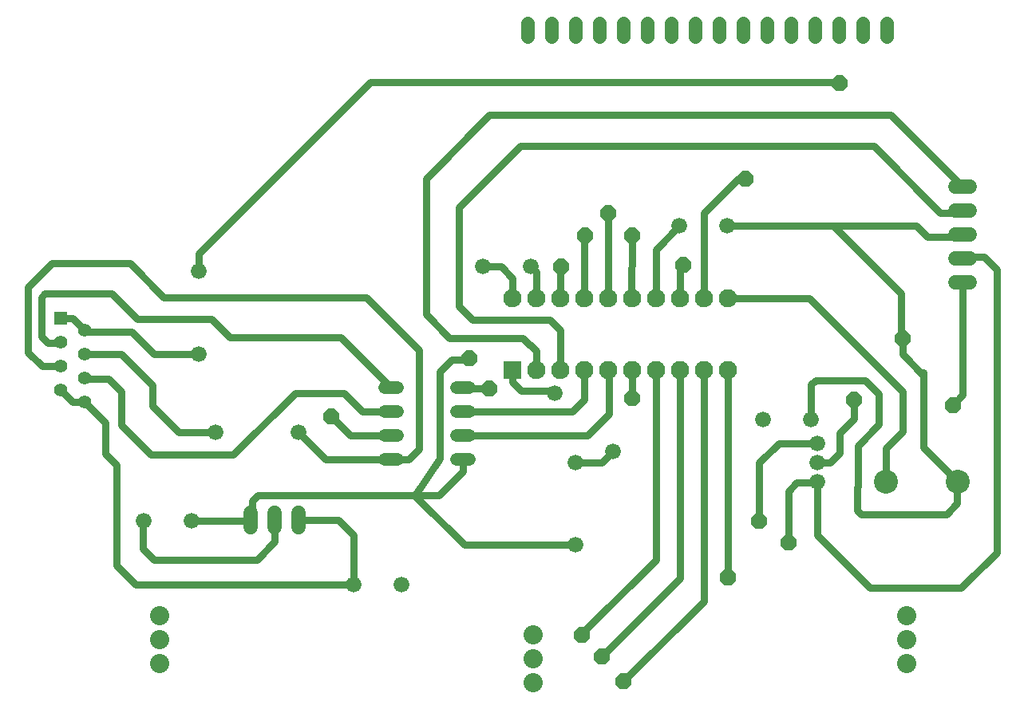
<source format=gbl>
G75*
%MOIN*%
%OFA0B0*%
%FSLAX25Y25*%
%IPPOS*%
%LPD*%
%AMOC8*
5,1,8,0,0,1.08239X$1,22.5*
%
%ADD10C,0.06600*%
%ADD11C,0.05200*%
%ADD12C,0.06000*%
%ADD13C,0.05937*%
%ADD14C,0.05600*%
%ADD15R,0.05600X0.05600*%
%ADD16C,0.08000*%
%ADD17R,0.07600X0.07600*%
%ADD18C,0.07600*%
%ADD19C,0.10000*%
%ADD20C,0.05543*%
%ADD21C,0.03000*%
%ADD22OC8,0.06600*%
D10*
X0090793Y0115033D03*
X0110793Y0115033D03*
X0120993Y0152233D03*
X0155443Y0152233D03*
X0113893Y0184983D03*
X0113893Y0219433D03*
X0232593Y0221533D03*
X0252593Y0221533D03*
X0314693Y0238333D03*
X0334693Y0238333D03*
X0262425Y0168600D03*
X0286785Y0144241D03*
X0271393Y0139583D03*
X0271393Y0105133D03*
X0198493Y0088533D03*
X0178493Y0088533D03*
X0349693Y0157633D03*
X0369693Y0157633D03*
X0372293Y0147533D03*
X0372293Y0139533D03*
X0372293Y0131533D03*
D11*
X0226893Y0140833D02*
X0221693Y0140833D01*
X0221693Y0150833D02*
X0226893Y0150833D01*
X0226893Y0160833D02*
X0221693Y0160833D01*
X0221693Y0170833D02*
X0226893Y0170833D01*
X0196893Y0170833D02*
X0191693Y0170833D01*
X0191693Y0160833D02*
X0196893Y0160833D01*
X0196893Y0150833D02*
X0191693Y0150833D01*
X0191693Y0140833D02*
X0196893Y0140833D01*
D12*
X0155693Y0118633D02*
X0155693Y0112633D01*
X0145693Y0112633D02*
X0145693Y0118633D01*
X0135693Y0118633D02*
X0135693Y0112633D01*
D13*
X0430024Y0214733D02*
X0435961Y0214733D01*
X0435961Y0224733D02*
X0430024Y0224733D01*
X0430024Y0234733D02*
X0435961Y0234733D01*
X0435961Y0244733D02*
X0430024Y0244733D01*
X0430024Y0254733D02*
X0435961Y0254733D01*
D14*
X0066250Y0194815D03*
X0056250Y0189815D03*
X0056250Y0179815D03*
X0066250Y0184815D03*
X0066250Y0174815D03*
X0056250Y0169815D03*
X0066250Y0164815D03*
D15*
X0056250Y0199815D03*
D16*
X0097523Y0055433D03*
X0097523Y0065433D03*
X0097523Y0075433D03*
X0253454Y0067559D03*
X0253454Y0057559D03*
X0253454Y0047559D03*
X0409423Y0055433D03*
X0409423Y0065433D03*
X0409423Y0075433D03*
D17*
X0244893Y0178133D03*
D18*
X0254893Y0178133D03*
X0264893Y0178133D03*
X0274893Y0178133D03*
X0284893Y0178133D03*
X0294893Y0178133D03*
X0304893Y0178133D03*
X0314893Y0178133D03*
X0324893Y0178133D03*
X0334893Y0178133D03*
X0334893Y0208133D03*
X0324893Y0208133D03*
X0314893Y0208133D03*
X0304893Y0208133D03*
X0294893Y0208133D03*
X0284893Y0208133D03*
X0274893Y0208133D03*
X0264893Y0208133D03*
X0254893Y0208133D03*
X0244893Y0208133D03*
D19*
X0400893Y0131433D03*
X0430893Y0131433D03*
D20*
X0401393Y0317561D02*
X0401393Y0323105D01*
X0391393Y0323105D02*
X0391393Y0317561D01*
X0381393Y0317561D02*
X0381393Y0323105D01*
X0371393Y0323105D02*
X0371393Y0317561D01*
X0361393Y0317561D02*
X0361393Y0323105D01*
X0351393Y0323105D02*
X0351393Y0317561D01*
X0341393Y0317561D02*
X0341393Y0323105D01*
X0331393Y0323105D02*
X0331393Y0317561D01*
X0321393Y0317561D02*
X0321393Y0323105D01*
X0311393Y0323105D02*
X0311393Y0317561D01*
X0301393Y0317561D02*
X0301393Y0323105D01*
X0291393Y0323105D02*
X0291393Y0317561D01*
X0281393Y0317561D02*
X0281393Y0323105D01*
X0271393Y0323105D02*
X0271393Y0317561D01*
X0261393Y0317561D02*
X0261393Y0323105D01*
X0251393Y0323105D02*
X0251393Y0317561D01*
D21*
X0242893Y0284733D02*
X0402993Y0284733D01*
X0432993Y0254733D01*
X0432993Y0244733D02*
X0432193Y0243933D01*
X0423693Y0243933D01*
X0395793Y0271833D01*
X0248293Y0271833D01*
X0222493Y0246033D01*
X0222493Y0204833D01*
X0228193Y0199133D01*
X0260693Y0199133D01*
X0264893Y0194933D01*
X0264893Y0178133D01*
X0274893Y0178133D02*
X0274893Y0165933D01*
X0269793Y0160833D01*
X0224293Y0160833D01*
X0224693Y0170433D02*
X0235293Y0170433D01*
X0244893Y0173033D02*
X0244893Y0178133D01*
X0244893Y0173033D02*
X0248593Y0169333D01*
X0261693Y0169333D01*
X0262425Y0168600D01*
X0254893Y0178133D02*
X0254893Y0186233D01*
X0252393Y0188733D01*
X0252193Y0188533D01*
X0249093Y0191633D01*
X0218593Y0191633D01*
X0208793Y0201433D01*
X0208793Y0258233D01*
X0235293Y0284733D01*
X0242393Y0284733D01*
X0242893Y0284733D01*
X0185493Y0298533D02*
X0381293Y0298533D01*
X0381593Y0298233D01*
X0342293Y0258133D02*
X0339193Y0258133D01*
X0324893Y0243833D01*
X0324893Y0208133D01*
X0334893Y0208133D02*
X0334993Y0208033D01*
X0368993Y0208033D01*
X0407793Y0169233D01*
X0407793Y0152333D01*
X0400893Y0145433D01*
X0400893Y0131433D01*
X0389093Y0129433D02*
X0388893Y0129233D01*
X0388893Y0119633D01*
X0390693Y0117833D01*
X0426193Y0117833D01*
X0430693Y0122333D01*
X0430693Y0131233D01*
X0430893Y0131433D01*
X0430593Y0131133D01*
X0430893Y0131433D02*
X0416593Y0145733D01*
X0416593Y0175933D01*
X0407793Y0184733D01*
X0407793Y0191533D01*
X0407093Y0191533D01*
X0407093Y0210233D01*
X0378993Y0238333D01*
X0413593Y0238333D01*
X0418093Y0233833D01*
X0432093Y0233833D01*
X0432993Y0234733D01*
X0433793Y0225533D02*
X0432993Y0224733D01*
X0433793Y0225533D02*
X0441793Y0225533D01*
X0447093Y0220233D01*
X0447093Y0101933D01*
X0432293Y0087133D01*
X0394293Y0087133D01*
X0372293Y0109133D01*
X0372293Y0131533D01*
X0371993Y0131233D01*
X0363693Y0131233D01*
X0360093Y0127633D01*
X0360093Y0106133D01*
X0347993Y0115233D02*
X0347993Y0139333D01*
X0356193Y0147533D01*
X0372293Y0147533D01*
X0372293Y0139533D02*
X0377593Y0139533D01*
X0381593Y0143533D01*
X0381593Y0151933D01*
X0387593Y0157933D01*
X0387593Y0165833D01*
X0387193Y0165433D01*
X0392193Y0173933D02*
X0397993Y0168133D01*
X0397993Y0155433D01*
X0389093Y0146533D01*
X0389093Y0129433D01*
X0369693Y0157633D02*
X0369693Y0172033D01*
X0371593Y0173933D01*
X0392193Y0173933D01*
X0416593Y0175933D02*
X0416593Y0177233D01*
X0428793Y0163533D02*
X0432993Y0167733D01*
X0432993Y0214733D01*
X0407793Y0191533D02*
X0407493Y0191833D01*
X0378993Y0238333D02*
X0334693Y0238333D01*
X0314693Y0238333D02*
X0304893Y0228533D01*
X0304893Y0208133D01*
X0294893Y0208133D02*
X0294593Y0208133D01*
X0294793Y0234433D01*
X0284993Y0243833D02*
X0284893Y0243733D01*
X0284893Y0208133D01*
X0275193Y0208133D02*
X0274893Y0208133D01*
X0274893Y0234133D01*
X0275393Y0234633D01*
X0265093Y0221333D02*
X0264793Y0221033D01*
X0264793Y0208233D01*
X0264893Y0208133D01*
X0264793Y0208133D01*
X0254893Y0208133D02*
X0254893Y0219233D01*
X0252593Y0221533D01*
X0244893Y0216533D02*
X0240093Y0221333D01*
X0232793Y0221333D01*
X0232593Y0221533D01*
X0244893Y0216533D02*
X0244893Y0208133D01*
X0231593Y0199133D02*
X0231493Y0199033D01*
X0226793Y0183133D02*
X0226193Y0182533D01*
X0219693Y0182533D01*
X0214593Y0177433D01*
X0214593Y0141233D01*
X0204293Y0125933D01*
X0214393Y0125933D01*
X0224293Y0135833D01*
X0224293Y0140833D01*
X0224293Y0150833D02*
X0276193Y0150833D01*
X0285093Y0159733D01*
X0285093Y0177933D01*
X0284893Y0178133D01*
X0294893Y0178133D02*
X0294893Y0169833D01*
X0294793Y0166533D01*
X0304893Y0178133D02*
X0304893Y0098933D01*
X0273993Y0068033D01*
X0273993Y0067433D01*
X0282093Y0058333D02*
X0314893Y0091133D01*
X0314893Y0094433D01*
X0314893Y0097033D01*
X0314893Y0178133D01*
X0324893Y0178133D02*
X0324893Y0081633D01*
X0291293Y0048233D01*
X0334893Y0091733D02*
X0334993Y0091633D01*
X0334993Y0091833D01*
X0335093Y0091933D01*
X0334893Y0091733D02*
X0334893Y0178133D01*
X0334893Y0208133D02*
X0335093Y0208333D01*
X0314893Y0208133D02*
X0314893Y0220833D01*
X0316193Y0222133D01*
X0224693Y0170433D02*
X0224293Y0170833D01*
X0205893Y0186633D02*
X0183893Y0208633D01*
X0099293Y0208633D01*
X0085093Y0222833D01*
X0052493Y0222833D01*
X0042593Y0212933D01*
X0042593Y0185633D01*
X0048411Y0179815D01*
X0056250Y0179815D01*
X0055968Y0189533D02*
X0050793Y0189533D01*
X0048193Y0192133D01*
X0048193Y0208633D01*
X0049693Y0210133D01*
X0077493Y0210133D01*
X0088193Y0199433D01*
X0119293Y0199433D01*
X0126793Y0191933D01*
X0173193Y0191933D01*
X0194293Y0170833D01*
X0194293Y0160833D02*
X0182393Y0160833D01*
X0174693Y0168533D01*
X0154193Y0168533D01*
X0128393Y0142733D01*
X0093893Y0142733D01*
X0081493Y0155133D01*
X0081493Y0169133D01*
X0076193Y0174433D01*
X0066632Y0174433D01*
X0066250Y0174815D01*
X0056250Y0169815D02*
X0061250Y0164815D01*
X0066250Y0164815D01*
X0074993Y0156072D01*
X0074993Y0143233D01*
X0079593Y0138633D01*
X0079593Y0096533D01*
X0087693Y0088433D01*
X0178393Y0088433D01*
X0178493Y0088533D01*
X0178493Y0109233D01*
X0172393Y0115333D01*
X0155993Y0115333D01*
X0155693Y0115633D01*
X0145893Y0115833D02*
X0145693Y0115633D01*
X0145693Y0106333D01*
X0138093Y0098733D01*
X0095393Y0098733D01*
X0090693Y0103433D01*
X0090693Y0114933D01*
X0090793Y0115033D01*
X0110793Y0115033D02*
X0135093Y0115033D01*
X0135693Y0115633D01*
X0136193Y0116133D01*
X0136193Y0123333D01*
X0138693Y0125833D01*
X0203893Y0125833D01*
X0203993Y0125933D01*
X0224793Y0105133D01*
X0271393Y0105133D01*
X0271393Y0139583D02*
X0282128Y0139583D01*
X0286785Y0144241D01*
X0205893Y0145133D02*
X0201593Y0140833D01*
X0194293Y0140833D01*
X0166843Y0140833D01*
X0155443Y0152233D01*
X0169093Y0158833D02*
X0177093Y0150833D01*
X0194293Y0150833D01*
X0205893Y0145133D02*
X0205893Y0186633D01*
X0120993Y0152233D02*
X0105593Y0152233D01*
X0094593Y0163233D01*
X0094593Y0171933D01*
X0081693Y0184833D01*
X0066268Y0184833D01*
X0066250Y0184815D01*
X0056250Y0189815D02*
X0055968Y0189533D01*
X0061250Y0199815D02*
X0066250Y0194815D01*
X0066932Y0194133D01*
X0085993Y0194133D01*
X0095143Y0184983D01*
X0113893Y0184983D01*
X0113893Y0219433D02*
X0113893Y0226933D01*
X0185493Y0298533D01*
X0061250Y0199815D02*
X0056250Y0199815D01*
X0203993Y0125933D02*
X0204293Y0125933D01*
D22*
X0169093Y0158833D03*
X0226793Y0183133D03*
X0235293Y0170433D03*
X0294793Y0166533D03*
X0316193Y0222133D03*
X0294793Y0234433D03*
X0284993Y0243833D03*
X0275393Y0234633D03*
X0265093Y0221333D03*
X0342293Y0258133D03*
X0381593Y0298233D03*
X0407793Y0191533D03*
X0387593Y0165833D03*
X0428793Y0163533D03*
X0347993Y0115233D03*
X0360093Y0106133D03*
X0334993Y0091633D03*
X0334893Y0091733D03*
X0282093Y0058333D03*
X0273993Y0067433D03*
X0291293Y0048233D03*
M02*

</source>
